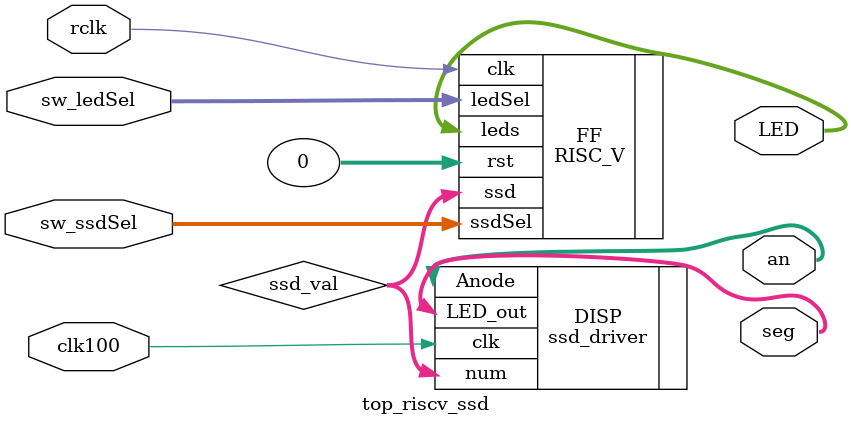
<source format=v>
`timescale 1ns / 1ps
/*******************************************************************
* Project: RISC V Single Cycle Datapath
* Author1: Rawan Muhammad
* Author2: Salma El-Hawary 
* Author1-Email: Rawan_Khalid@aucegypt.edu
* Author2-Email: salma_el-hawary@aucegypt.edu
* Description: Integeration of ssd and RISC V module-Top Module
**********************************************************************/

module top_riscv_ssd(
    input wire clk100,          
    input wire rclk,       
    input wire [1:0] sw_ledSel, 
    input wire [3:0] sw_ssdSel, 
    output wire [15:0] LED,     
    output wire [6:0] seg,     
    output wire [3:0] an       
);
    wire [12:0] ssd_val;

    RISC_V FF (
        .clk(rclk),         
        .rst(0),          
        .ledSel(sw_ledSel),    
        .ssdSel(sw_ssdSel),     
        .leds(LED),             
        .ssd(ssd_val)           
    );

    ssd_driver DISP (
        .clk(clk100),           
        .num(ssd_val),        
        .Anode(an),               
        .LED_out(seg)               
    );

endmodule

</source>
